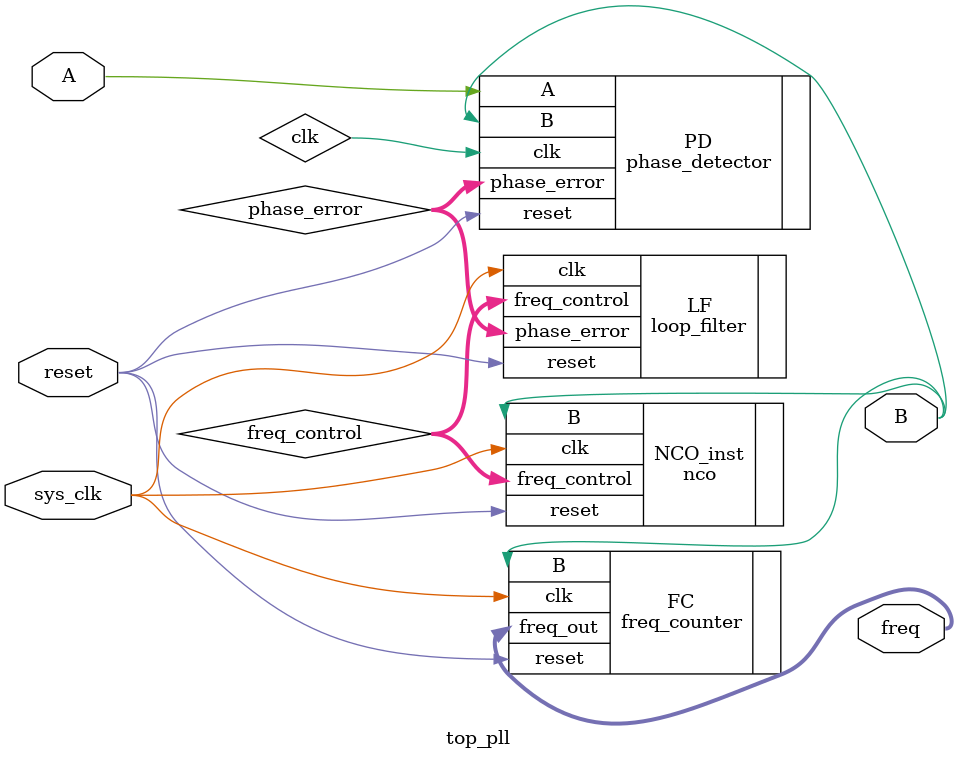
<source format=v>
module top_pll(
    input  wire sys_clk,  // 系统时钟（50MHz）
    input  wire reset,
    input  wire A,        // 外部输入信号 A（预期为200kHz～240kHz）
    output wire B,        // PLL 输出的锁定时钟 B
    output wire [31:0] freq  // 频率计数器输出的 B 信号频率（Hz）
);
    wire signed [15:0] phase_error;
    wire [15:0] freq_control;

    // 实例化相位检测器
    phase_detector PD (
        .clk(clk),
        .reset(reset),
        .A(A),
        .B(B),
        .phase_error(phase_error)
    );
    
    // 实例化环路滤波器（PI 控制器）
    loop_filter LF (
        .clk(sys_clk),
        .reset(reset),
        .phase_error(phase_error),
        .freq_control(freq_control)
    );
    
    // 实例化 NCO
    nco NCO_inst (
        .clk(sys_clk),
        .reset(reset),
        .freq_control(freq_control),
        .B(B)
    );
    
    // 实例化频率计数器
    freq_counter FC (
        .clk(sys_clk),
        .reset(reset),
        .B(B),
        .freq_out(freq)
    );
endmodule

</source>
